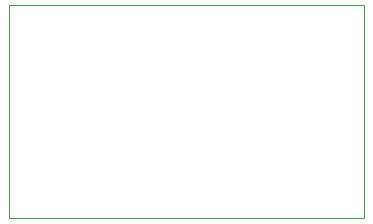
<source format=gbr>
%FSLAX46Y46*%
G04 Gerber Fmt 4.6, Leading zero omitted, Abs format (unit mm)*
G04 Created by KiCad (PCBNEW (2014-09-02 BZR 5112)-product) date 2015-01-28 2:30:08 PM*
%MOMM*%
G01*
G04 APERTURE LIST*
%ADD10C,0.150000*%
%ADD11C,0.100000*%
G04 APERTURE END LIST*
D10*
D11*
X98000000Y-76500000D02*
X128000000Y-76500000D01*
X128000000Y-94500000D02*
X128000000Y-76500000D01*
X98000000Y-94500000D02*
X128000000Y-94500000D01*
X98000000Y-94500000D02*
X98000000Y-76500000D01*
M02*

</source>
